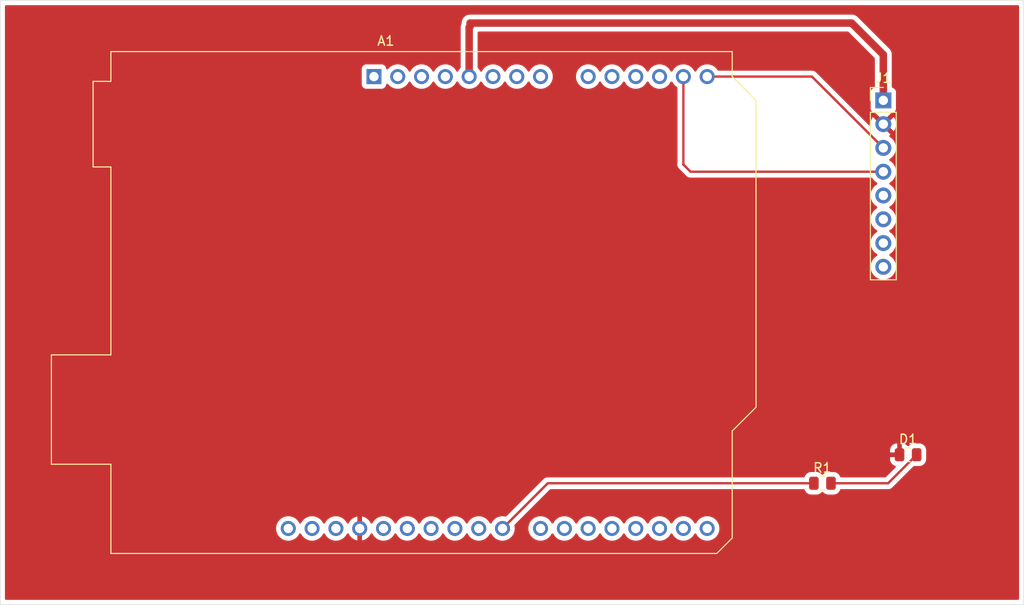
<source format=kicad_pcb>
(kicad_pcb (version 20241229) (generator "pcbnew") (generator_version "9.0")
  (layers (0 "F.Cu" signal) (2 "B.Cu" signal) (13 "F.Paste" user) (15 "B.Paste" user) (5 "F.SilkS" user "F.Silkscreen") (7 "B.SilkS" user "B.Silkscreen") (1 "F.Mask" user) (3 "B.Mask" user) (25 "Edge.Cuts" user))
  (net 0 "")
  (net 14 "/GND")
  (net 17 "/SDA")
  (net 19 "Net-(A1-D8)")
  (net 23 "/SCL")
  (net 25 "/VCC")
  (net 33 "Net-(D1-A)")
  (footprint "Resistor_SMD:R_0805_2012Metric" (layer "F.Cu") (at 203.5575 106.934)
    (property "Reference" "D1" (at 0 -1.65 0) (layer "F.SilkS"))
    (property "Value" "LED")
    (fp_line (start -0.227064 -0.735) (end 0.227064 -0.735) (stroke (width 0.12)) (layer "F.SilkS"))
    (fp_line (start -0.227064 0.735) (end 0.227064 0.735) (stroke (width 0.12)) (layer "F.SilkS"))
    (pad "1" smd roundrect (at -0.9125 0) (size 1.025 1.4) (layers "F.Cu" "F.Mask" "F.Paste") (roundrect_rratio 0.243902) (net 14 "/GND"))
    (pad "2" smd roundrect (at 0.9125 0) (size 1.025 1.4) (layers "F.Cu" "F.Mask" "F.Paste") (roundrect_rratio 0.243902) (net 33 "Net-(D1-A)"))
  )
  (footprint "Connector_PinHeader_2.54mm:PinHeader_1x08_P2.54mm_Vertical" (layer "F.Cu") (at 200.914 69.088)
    (property "Reference" "J1" (at 0 -2.38 0) (layer "F.SilkS"))
    (property "Value" "GY-521 (MPU-6050)")
    (fp_line (start -1.38 -1.38) (end 0 -1.38) (stroke (width 0.12)) (layer "F.SilkS"))
    (fp_line (start -1.38 0) (end -1.38 -1.38) (stroke (width 0.12)) (layer "F.SilkS"))
    (fp_line (start -1.38 1.27) (end -1.38 19.16) (stroke (width 0.12)) (layer "F.SilkS"))
    (fp_line (start -1.38 1.27) (end 1.38 1.27) (stroke (width 0.12)) (layer "F.SilkS"))
    (fp_line (start -1.38 19.16) (end 1.38 19.16) (stroke (width 0.12)) (layer "F.SilkS"))
    (fp_line (start 1.38 1.27) (end 1.38 19.16) (stroke (width 0.12)) (layer "F.SilkS"))
    (pad "1" thru_hole rect (at 0 0) (size 1.7 1.7) (drill 1) (layers "*.Cu" "*.Mask") (net 25 "/VCC"))
    (pad "2" thru_hole circle (at 0 2.54) (size 1.7 1.7) (drill 1) (layers "*.Cu" "*.Mask") (net 14 "/GND"))
    (pad "3" thru_hole circle (at 0 5.08) (size 1.7 1.7) (drill 1) (layers "*.Cu" "*.Mask") (net 23 "/SCL"))
    (pad "4" thru_hole circle (at 0 7.62) (size 1.7 1.7) (drill 1) (layers "*.Cu" "*.Mask") (net 17 "/SDA"))
    (pad "5" thru_hole circle (at 0 10.16) (size 1.7 1.7) (drill 1) (layers "*.Cu" "*.Mask"))
    (pad "6" thru_hole circle (at 0 12.7) (size 1.7 1.7) (drill 1) (layers "*.Cu" "*.Mask"))
    (pad "7" thru_hole circle (at 0 15.24) (size 1.7 1.7) (drill 1) (layers "*.Cu" "*.Mask"))
    (pad "8" thru_hole circle (at 0 17.78) (size 1.7 1.7) (drill 1) (layers "*.Cu" "*.Mask"))
  )
  (footprint "Module:Arduino_UNO_R3" (layer "F.Cu") (at 146.558 66.548)
    (property "Reference" "A1" (at 1.27 -3.81 180) (layer "F.SilkS"))
    (property "Value" "Arduino_UNO_R3")
    (fp_line (start -34.42 29.72) (end -34.42 41.4) (stroke (width 0.12)) (layer "F.SilkS"))
    (fp_line (start -34.42 41.4) (end -28.07 41.4) (stroke (width 0.12)) (layer "F.SilkS"))
    (fp_line (start -29.97 0.51) (end -29.97 9.65) (stroke (width 0.12)) (layer "F.SilkS"))
    (fp_line (start -29.97 9.65) (end -28.07 9.65) (stroke (width 0.12)) (layer "F.SilkS"))
    (fp_line (start -28.07 -2.67) (end -28.07 0.51) (stroke (width 0.12)) (layer "F.SilkS"))
    (fp_line (start -28.07 0.51) (end -29.97 0.51) (stroke (width 0.12)) (layer "F.SilkS"))
    (fp_line (start -28.07 9.65) (end -28.07 29.72) (stroke (width 0.12)) (layer "F.SilkS"))
    (fp_line (start -28.07 29.72) (end -34.42 29.72) (stroke (width 0.12)) (layer "F.SilkS"))
    (fp_line (start -28.07 41.4) (end -28.07 50.93) (stroke (width 0.12)) (layer "F.SilkS"))
    (fp_line (start -28.07 50.93) (end 36.58 50.93) (stroke (width 0.12)) (layer "F.SilkS"))
    (fp_line (start 36.58 50.93) (end 38.23 49.28) (stroke (width 0.12)) (layer "F.SilkS"))
    (fp_line (start 38.23 -2.67) (end -28.07 -2.67) (stroke (width 0.12)) (layer "F.SilkS"))
    (fp_line (start 38.23 0) (end 38.23 -2.67) (stroke (width 0.12)) (layer "F.SilkS"))
    (fp_line (start 38.23 37.85) (end 40.77 35.31) (stroke (width 0.12)) (layer "F.SilkS"))
    (fp_line (start 38.23 49.28) (end 38.23 37.85) (stroke (width 0.12)) (layer "F.SilkS"))
    (fp_line (start 40.77 2.54) (end 38.23 0) (stroke (width 0.12)) (layer "F.SilkS"))
    (fp_line (start 40.77 35.31) (end 40.77 2.54) (stroke (width 0.12)) (layer "F.SilkS"))
    (pad "1" thru_hole rect (at 0 0 90) (size 1.6 1.6) (drill 1) (layers "*.Cu" "*.Mask"))
    (pad "2" thru_hole oval (at 2.54 0 90) (size 1.6 1.6) (drill 1) (layers "*.Cu" "*.Mask"))
    (pad "3" thru_hole oval (at 5.08 0 90) (size 1.6 1.6) (drill 1) (layers "*.Cu" "*.Mask"))
    (pad "4" thru_hole oval (at 7.62 0 90) (size 1.6 1.6) (drill 1) (layers "*.Cu" "*.Mask"))
    (pad "5" thru_hole oval (at 10.16 0 90) (size 1.6 1.6) (drill 1) (layers "*.Cu" "*.Mask") (net 25 "/VCC"))
    (pad "6" thru_hole oval (at 12.7 0 90) (size 1.6 1.6) (drill 1) (layers "*.Cu" "*.Mask"))
    (pad "7" thru_hole oval (at 15.24 0 90) (size 1.6 1.6) (drill 1) (layers "*.Cu" "*.Mask"))
    (pad "8" thru_hole oval (at 17.78 0 90) (size 1.6 1.6) (drill 1) (layers "*.Cu" "*.Mask"))
    (pad "9" thru_hole oval (at 22.86 0 90) (size 1.6 1.6) (drill 1) (layers "*.Cu" "*.Mask"))
    (pad "10" thru_hole oval (at 25.4 0 90) (size 1.6 1.6) (drill 1) (layers "*.Cu" "*.Mask"))
    (pad "11" thru_hole oval (at 27.94 0 90) (size 1.6 1.6) (drill 1) (layers "*.Cu" "*.Mask"))
    (pad "12" thru_hole oval (at 30.48 0 90) (size 1.6 1.6) (drill 1) (layers "*.Cu" "*.Mask"))
    (pad "13" thru_hole oval (at 33.02 0 90) (size 1.6 1.6) (drill 1) (layers "*.Cu" "*.Mask") (net 17 "/SDA"))
    (pad "14" thru_hole oval (at 35.56 0 90) (size 1.6 1.6) (drill 1) (layers "*.Cu" "*.Mask") (net 23 "/SCL"))
    (pad "15" thru_hole oval (at 35.56 48.26 90) (size 1.6 1.6) (drill 1) (layers "*.Cu" "*.Mask"))
    (pad "16" thru_hole oval (at 33.02 48.26 90) (size 1.6 1.6) (drill 1) (layers "*.Cu" "*.Mask"))
    (pad "17" thru_hole oval (at 30.48 48.26 90) (size 1.6 1.6) (drill 1) (layers "*.Cu" "*.Mask"))
    (pad "18" thru_hole oval (at 27.94 48.26 90) (size 1.6 1.6) (drill 1) (layers "*.Cu" "*.Mask"))
    (pad "19" thru_hole oval (at 25.4 48.26 90) (size 1.6 1.6) (drill 1) (layers "*.Cu" "*.Mask"))
    (pad "20" thru_hole oval (at 22.86 48.26 90) (size 1.6 1.6) (drill 1) (layers "*.Cu" "*.Mask"))
    (pad "21" thru_hole oval (at 20.32 48.26 90) (size 1.6 1.6) (drill 1) (layers "*.Cu" "*.Mask"))
    (pad "22" thru_hole oval (at 17.78 48.26 90) (size 1.6 1.6) (drill 1) (layers "*.Cu" "*.Mask"))
    (pad "23" thru_hole oval (at 13.72 48.26 90) (size 1.6 1.6) (drill 1) (layers "*.Cu" "*.Mask") (net 19 "Net-(A1-D8)"))
    (pad "24" thru_hole oval (at 11.18 48.26 90) (size 1.6 1.6) (drill 1) (layers "*.Cu" "*.Mask"))
    (pad "25" thru_hole oval (at 8.64 48.26 90) (size 1.6 1.6) (drill 1) (layers "*.Cu" "*.Mask"))
    (pad "26" thru_hole oval (at 6.1 48.26 90) (size 1.6 1.6) (drill 1) (layers "*.Cu" "*.Mask"))
    (pad "27" thru_hole oval (at 3.56 48.26 90) (size 1.6 1.6) (drill 1) (layers "*.Cu" "*.Mask"))
    (pad "28" thru_hole oval (at 1.02 48.26 90) (size 1.6 1.6) (drill 1) (layers "*.Cu" "*.Mask"))
    (pad "29" thru_hole oval (at -1.52 48.26 90) (size 1.6 1.6) (drill 1) (layers "*.Cu" "*.Mask") (net 14 "/GND"))
    (pad "30" thru_hole oval (at -4.06 48.26 90) (size 1.6 1.6) (drill 1) (layers "*.Cu" "*.Mask"))
    (pad "31" thru_hole oval (at -6.6 48.26 90) (size 1.6 1.6) (drill 1) (layers "*.Cu" "*.Mask"))
    (pad "32" thru_hole oval (at -9.14 48.26 90) (size 1.6 1.6) (drill 1) (layers "*.Cu" "*.Mask"))
  )
  (footprint "Resistor_SMD:R_0805_2012Metric" (layer "F.Cu") (at 194.4135 109.982)
    (property "Reference" "R1" (at 0 -1.65 0) (layer "F.SilkS"))
    (property "Value" "220R")
    (fp_line (start -0.227064 -0.735) (end 0.227064 -0.735) (stroke (width 0.12)) (layer "F.SilkS"))
    (fp_line (start -0.227064 0.735) (end 0.227064 0.735) (stroke (width 0.12)) (layer "F.SilkS"))
    (pad "1" smd roundrect (at -0.9125 0) (size 1.025 1.4) (layers "F.Cu" "F.Mask" "F.Paste") (roundrect_rratio 0.243902) (net 19 "Net-(A1-D8)"))
    (pad "2" smd roundrect (at 0.9125 0) (size 1.025 1.4) (layers "F.Cu" "F.Mask" "F.Paste") (roundrect_rratio 0.243902) (net 33 "Net-(D1-A)"))
  )
  (gr_rect (start 106.68 58.42) (end 215.9 122.936) (stroke (width 0.05)) (fill no) (layer "Edge.Cuts"))
  (segment (start 179.578 75.8952) (end 179.578 66.548) (width 0.25) (layer "F.Cu") (net 17))
  (segment (start 179.5526 75.9206) (end 179.578 75.8952) (width 0.25) (layer "F.Cu") (net 17))
  (segment (start 180.34 76.708) (end 179.5526 75.9206) (width 0.25) (layer "F.Cu") (net 17))
  (segment (start 200.914 76.708) (end 180.34 76.708) (width 0.25) (layer "F.Cu") (net 17))
  (segment (start 193.501 109.982) (end 165.104 109.982) (width 0.25) (layer "F.Cu") (net 19))
  (segment (start 165.104 109.982) (end 160.278 114.808) (width 0.25) (layer "F.Cu") (net 19))
  (segment (start 193.294 66.548) (end 182.118 66.548) (width 0.25) (layer "F.Cu") (net 23))
  (segment (start 200.914 74.168) (end 193.294 66.548) (width 0.25) (layer "F.Cu") (net 23))
  (segment (start 156.718 61.2902) (end 156.718 66.548) (width 0.8) (layer "F.Cu") (net 25))
  (segment (start 156.8196 61.1886) (end 156.718 61.2902) (width 0.8) (layer "F.Cu") (net 25))
  (segment (start 197.5358 60.833) (end 156.8196 60.833) (width 0.8) (layer "F.Cu") (net 25))
  (segment (start 200.914 64.2112) (end 197.5358 60.833) (width 0.8) (layer "F.Cu") (net 25))
  (segment (start 156.8196 60.833) (end 156.8196 61.1886) (width 0.8) (layer "F.Cu") (net 25))
  (segment (start 200.914 69.088) (end 200.914 64.2112) (width 0.8) (layer "F.Cu") (net 25))
  (segment (start 201.422 109.982) (end 204.47 106.934) (width 0.25) (layer "F.Cu") (net 33))
  (segment (start 195.326 109.982) (end 201.422 109.982) (width 0.25) (layer "F.Cu") (net 33))
  (zone (net 14) (net_name "/GND") (layer "F.Cu") (connect_pads (clearance 0.5)) (min_thickness 0.25) (fill yes (thermal_gap 0.5) (thermal_bridge_width 0.5))
    (polygon (pts (xy 106.6546 58.3692) (xy 215.8238 58.547) (xy 215.9254 122.9106) (xy 106.7054 122.9614)))
  )
)
</source>
